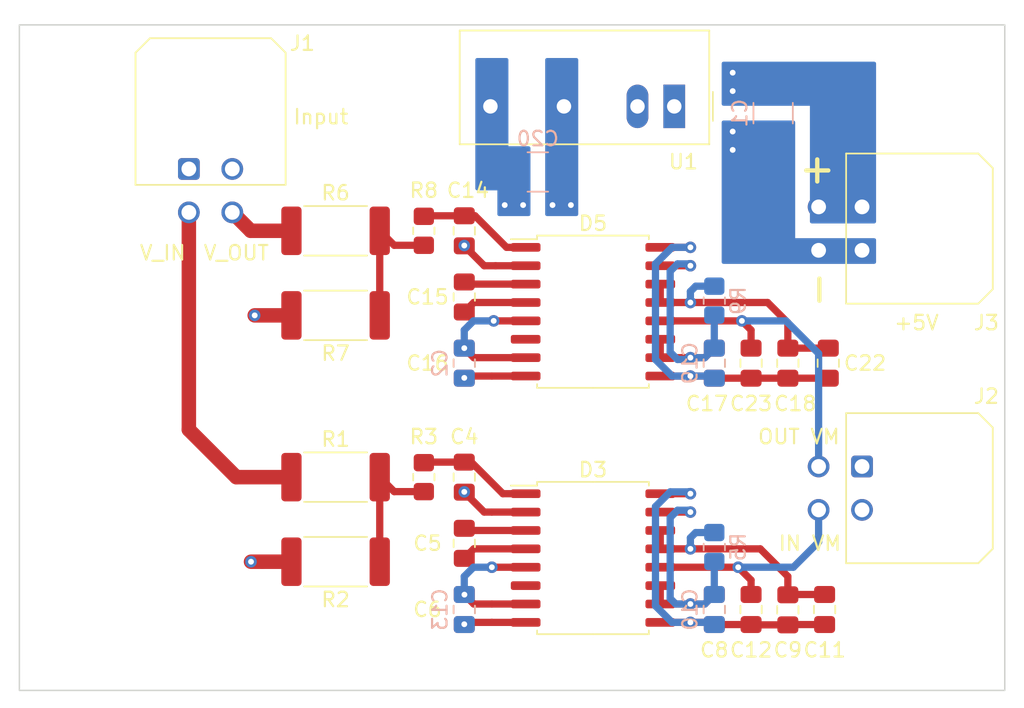
<source format=kicad_pcb>
(kicad_pcb (version 20211014) (generator pcbnew)
  (layers (0 "F.Cu" signal) (1 "In1.Cu" signal) (2 "In2.Cu" signal) (31 "B.Cu" signal) (34 "B.Paste" user) (35 "F.Paste" user) (36 "B.SilkS" user "B.Silkscreen") (37 "F.SilkS" user "F.Silkscreen") (38 "B.Mask" user) (39 "F.Mask" user) (44 "Edge.Cuts" user))
  (net 0 "")
  (net 1 "+5V")
  (net 2 "GND")
  (net 3 "+5VP")
  (net 4 "GNDPWR")
  (net 5 "Net-(C4-Pad1)")
  (net 6 "Net-(C5-Pad1)")
  (net 7 "Net-(C5-Pad2)")
  (net 8 "Net-(C11-Pad1)")
  (net 9 "/Voltage_IN_Measure")
  (net 10 "Net-(C14-Pad1)")
  (net 11 "Net-(C15-Pad1)")
  (net 12 "Net-(C15-Pad2)")
  (net 13 "Net-(C18-Pad1)")
  (net 14 "/Voltage_OUT_Measure")
  (net 17 "/Voltage_OUT")
  (net 18 "/Voltage_IN")
  (net 19 "Net-(R1-Pad2)")
  (net 20 "Net-(R6-Pad2)")
  (footprint "Resistor_SMD:R_2512_6332Metric_Pad1.40x3.35mm_HandSolder" (layer "F.Cu") (at 144.272 92.456)
    (fp_text reference "R1" (at 0 -2.62) (layer "F.SilkS"))
    (fp_text value "R")
    (fp_line (start -2.177064 1.71) (end 2.177064 1.71) (layer "F.SilkS") (width 0.12))
    (fp_line (start -2.177064 -1.71) (end 2.177064 -1.71) (layer "F.SilkS") (width 0.12))
    (pad "1" smd roundrect (at -3.05 0) (size 1.4 3.35) (layers "F.Cu" "F.Paste" "F.Mask") (roundrect_rratio 0.1785707143) (net 18 "/Voltage_IN"))
    (pad "2" smd roundrect (at 3.05 0) (size 1.4 3.35) (layers "F.Cu" "F.Paste" "F.Mask") (roundrect_rratio 0.1785707143) (net 19 "Net-(R1-Pad2)"))
  )
  (footprint "MountingHole:MountingHole_3.2mm_M3" (layer "F.Cu") (at 126.238 103.378)
    (fp_text reference "H3" hide)
    (fp_text value "MountingHole")
    (pad "" np_thru_hole circle (at 0 0) (size 3.2 3.2) (drill 3.2) (layers *.Cu *.Mask))
  )
  (footprint "Resistor_SMD:R_0805_2012Metric_Pad1.20x1.40mm_HandSolder" (layer "F.Cu") (at 150.368 75.438 90)
    (fp_text reference "R8" (at 2.794 0 180) (layer "F.SilkS"))
    (fp_text value "39")
    (fp_line (start -0.227064 -0.735) (end 0.227064 -0.735) (layer "F.SilkS") (width 0.12))
    (fp_line (start -0.227064 0.735) (end 0.227064 0.735) (layer "F.SilkS") (width 0.12))
    (pad "1" smd roundrect (at -1 0 90) (size 1.2 1.4) (layers "F.Cu" "F.Paste" "F.Mask") (roundrect_rratio 0.2083333333) (net 20 "Net-(R6-Pad2)"))
    (pad "2" smd roundrect (at 1 0 90) (size 1.2 1.4) (layers "F.Cu" "F.Paste" "F.Mask") (roundrect_rratio 0.2083333333) (net 10 "Net-(C14-Pad1)"))
  )
  (footprint "Resistor_SMD:R_2512_6332Metric_Pad1.40x3.35mm_HandSolder" (layer "F.Cu") (at 144.272 81.28 180)
    (fp_text reference "R7" (at 0 -2.62) (layer "F.SilkS"))
    (fp_text value "R")
    (fp_line (start -2.177064 1.71) (end 2.177064 1.71) (layer "F.SilkS") (width 0.12))
    (fp_line (start -2.177064 -1.71) (end 2.177064 -1.71) (layer "F.SilkS") (width 0.12))
    (pad "1" smd roundrect (at -3.05 0 180) (size 1.4 3.35) (layers "F.Cu" "F.Paste" "F.Mask") (roundrect_rratio 0.1785707143) (net 20 "Net-(R6-Pad2)"))
    (pad "2" smd roundrect (at 3.05 0 180) (size 1.4 3.35) (layers "F.Cu" "F.Paste" "F.Mask") (roundrect_rratio 0.1785707143) (net 4 "GNDPWR"))
  )
  (footprint "Connector_Molex:Molex_Micro-Fit_3.0_43045-0400_2x02_P3.00mm_Horizontal" (layer "F.Cu") (at 180.64 73.786 -90)
    (fp_text reference "J3" (at 8.002 -8.59 180) (layer "F.SilkS"))
    (fp_text value "+5V")
    (fp_line (start 6.685 1.1) (end -3.685 1.1) (layer "F.SilkS") (width 0.12))
    (fp_line (start -3.685 1.1) (end -3.685 -8.03) (layer "F.SilkS") (width 0.12))
    (fp_line (start 5.685 -9.03) (end 6.685 -8.03) (layer "F.SilkS") (width 0.12))
    (fp_line (start -3.685 -8.03) (end -2.685 -9.03) (layer "F.SilkS") (width 0.12))
    (fp_line (start 6.685 -8.03) (end 6.685 1.1) (layer "F.SilkS") (width 0.12))
    (fp_line (start -2.685 -9.03) (end 5.685 -9.03) (layer "F.SilkS") (width 0.12))
    (pad "" np_thru_hole circle (at 1.5 -4.32 270) (size 3 3) (drill 3) (layers *.Cu *.Mask))
    (pad "1" thru_hole roundrect (at 0 0 270) (size 1.5 1.5) (drill 1.02) (layers *.Cu *.Mask) (roundrect_rratio 0.1666673333) (net 1 "+5V"))
    (pad "2" thru_hole circle (at 3 0 270) (size 1.5 1.5) (drill 1.02) (layers *.Cu *.Mask) (net 2 "GND"))
    (pad "3" thru_hole circle (at 0 3 270) (size 1.5 1.5) (drill 1.02) (layers *.Cu *.Mask) (net 1 "+5V"))
    (pad "4" thru_hole circle (at 3 3 270) (size 1.5 1.5) (drill 1.02) (layers *.Cu *.Mask) (net 2 "GND"))
  )
  (footprint "Package_SO:SOIC-16W_7.5x10.3mm_P1.27mm" (layer "F.Cu") (at 162.052 98.044)
    (fp_text reference "D3" (at 0 -6.1) (layer "F.SilkS"))
    (fp_text value "HCPL788J")
    (fp_line (start 0 -5.26) (end -3.86 -5.26) (layer "F.SilkS") (width 0.12))
    (fp_line (start 3.86 -5.26) (end 3.86 -5.005) (layer "F.SilkS") (width 0.12))
    (fp_line (start -3.86 -5.005) (end -5.675 -5.005) (layer "F.SilkS") (width 0.12))
    (fp_line (start 3.86 5.26) (end 3.86 5.005) (layer "F.SilkS") (width 0.12))
    (fp_line (start -3.86 -5.26) (end -3.86 -5.005) (layer "F.SilkS") (width 0.12))
    (fp_line (start 0 5.26) (end -3.86 5.26) (layer "F.SilkS") (width 0.12))
    (fp_line (start -3.86 5.26) (end -3.86 5.005) (layer "F.SilkS") (width 0.12))
    (fp_line (start 0 -5.26) (end 3.86 -5.26) (layer "F.SilkS") (width 0.12))
    (fp_line (start 0 5.26) (end 3.86 5.26) (layer "F.SilkS") (width 0.12))
    (pad "1" smd roundrect (at -4.65 -4.445) (size 2.05 0.6) (layers "F.Cu" "F.Paste" "F.Mask") (net 5 "Net-(C4-Pad1)"))
    (pad "2" smd roundrect (at -4.65 -3.175) (size 2.05 0.6) (layers "F.Cu" "F.Paste" "F.Mask") (net 4 "GNDPWR"))
    (pad "3" smd roundrect (at -4.65 -1.905) (size 2.05 0.6) (layers "F.Cu" "F.Paste" "F.Mask") (net 6 "Net-(C5-Pad1)"))
    (pad "4" smd roundrect (at -4.65 -0.635) (size 2.05 0.6) (layers "F.Cu" "F.Paste" "F.Mask") (net 7 "Net-(C5-Pad2)"))
    (pad "5" smd roundrect (at -4.65 0.635) (size 2.05 0.6) (layers "F.Cu" "F.Paste" "F.Mask") (net 3 "+5VP"))
    (pad "6" smd roundrect (at -4.65 1.905) (size 2.05 0.6) (layers "F.Cu" "F.Paste" "F.Mask"))
    (pad "7" smd roundrect (at -4.65 3.175) (size 2.05 0.6) (layers "F.Cu" "F.Paste" "F.Mask") (net 3 "+5VP"))
    (pad "8" smd roundrect (at -4.65 4.445) (size 2.05 0.6) (layers "F.Cu" "F.Paste" "F.Mask") (net 4 "GNDPWR"))
    (pad "9" smd roundrect (at 4.65 4.445) (size 2.05 0.6) (layers "F.Cu" "F.Paste" "F.Mask") (net 2 "GND"))
    (pad "10" smd roundrect (at 4.65 3.175) (size 2.05 0.6) (layers "F.Cu" "F.Paste" "F.Mask") (net 1 "+5V"))
    (pad "11" smd roundrect (at 4.65 1.905) (size 2.05 0.6) (layers "F.Cu" "F.Paste" "F.Mask") (net 1 "+5V"))
    (pad "12" smd roundrect (at 4.65 0.635) (size 2.05 0.6) (layers "F.Cu" "F.Paste" "F.Mask") (net 9 "/Voltage_IN_Measure"))
    (pad "13" smd roundrect (at 4.65 -0.635) (size 2.05 0.6) (layers "F.Cu" "F.Paste" "F.Mask") (net 8 "Net-(C11-Pad1)"))
    (pad "14" smd roundrect (at 4.65 -1.905) (size 2.05 0.6) (layers "F.Cu" "F.Paste" "F.Mask") (net 8 "Net-(C11-Pad1)"))
    (pad "15" smd roundrect (at 4.65 -3.175) (size 2.05 0.6) (layers "F.Cu" "F.Paste" "F.Mask") (net 1 "+5V"))
    (pad "16" smd roundrect (at 4.65 -4.445) (size 2.05 0.6) (layers "F.Cu" "F.Paste" "F.Mask") (net 2 "GND"))
  )
  (footprint "Capacitor_SMD:C_0805_2012Metric_Pad1.18x1.45mm_HandSolder" (layer "F.Cu") (at 153.162 75.438 -90)
    (fp_text reference "C14" (at -2.794 -0.254 180) (layer "F.SilkS"))
    (fp_text value "0.01u")
    (fp_line (start -0.261252 0.735) (end 0.261252 0.735) (layer "F.SilkS") (width 0.12))
    (fp_line (start -0.261252 -0.735) (end 0.261252 -0.735) (layer "F.SilkS") (width 0.12))
    (pad "1" smd roundrect (at -1.0375 0 270) (size 1.175 1.45) (layers "F.Cu" "F.Paste" "F.Mask") (roundrect_rratio 0.2127659574) (net 10 "Net-(C14-Pad1)"))
    (pad "2" smd roundrect (at 1.0375 0 270) (size 1.175 1.45) (layers "F.Cu" "F.Paste" "F.Mask") (roundrect_rratio 0.2127659574) (net 4 "GNDPWR"))
  )
  (footprint "Capacitor_SMD:C_0805_2012Metric_Pad1.18x1.45mm_HandSolder" (layer "F.Cu") (at 170.434 84.582 90)
    (fp_text reference "C17" (at -2.794 -0.508 180) (layer "F.SilkS"))
    (fp_text value "0.1u")
    (fp_line (start -0.261252 -0.735) (end 0.261252 -0.735) (layer "F.SilkS") (width 0.12))
    (fp_line (start -0.261252 0.735) (end 0.261252 0.735) (layer "F.SilkS") (width 0.12))
    (pad "1" smd roundrect (at -1.0375 0 90) (size 1.175 1.45) (layers "F.Cu" "F.Paste" "F.Mask") (roundrect_rratio 0.2127659574) (net 2 "GND"))
    (pad "2" smd roundrect (at 1.0375 0 90) (size 1.175 1.45) (layers "F.Cu" "F.Paste" "F.Mask") (roundrect_rratio 0.2127659574) (net 1 "+5V"))
  )
  (footprint "Capacitor_SMD:C_0805_2012Metric_Pad1.18x1.45mm_HandSolder" (layer "F.Cu") (at 153.162 92.456 -90)
    (fp_text reference "C4" (at -2.794 0 180) (layer "F.SilkS"))
    (fp_text value "0.01u")
    (fp_line (start -0.261252 -0.735) (end 0.261252 -0.735) (layer "F.SilkS") (width 0.12))
    (fp_line (start -0.261252 0.735) (end 0.261252 0.735) (layer "F.SilkS") (width 0.12))
    (pad "1" smd roundrect (at -1.0375 0 270) (size 1.175 1.45) (layers "F.Cu" "F.Paste" "F.Mask") (roundrect_rratio 0.2127659574) (net 5 "Net-(C4-Pad1)"))
    (pad "2" smd roundrect (at 1.0375 0 270) (size 1.175 1.45) (layers "F.Cu" "F.Paste" "F.Mask") (roundrect_rratio 0.2127659574) (net 4 "GNDPWR"))
  )
  (footprint "Resistor_SMD:R_2512_6332Metric_Pad1.40x3.35mm_HandSolder" (layer "F.Cu") (at 144.272 98.298 180)
    (fp_text reference "R2" (at 0 -2.62) (layer "F.SilkS"))
    (fp_text value "R")
    (fp_line (start -2.177064 -1.71) (end 2.177064 -1.71) (layer "F.SilkS") (width 0.12))
    (fp_line (start -2.177064 1.71) (end 2.177064 1.71) (layer "F.SilkS") (width 0.12))
    (pad "1" smd roundrect (at -3.05 0 180) (size 1.4 3.35) (layers "F.Cu" "F.Paste" "F.Mask") (roundrect_rratio 0.1785707143) (net 19 "Net-(R1-Pad2)"))
    (pad "2" smd roundrect (at 3.05 0 180) (size 1.4 3.35) (layers "F.Cu" "F.Paste" "F.Mask") (roundrect_rratio 0.1785707143) (net 4 "GNDPWR"))
  )
  (footprint "Converter_DCDC:Converter_DCDC_TRACO_TMR-1-xxxx_Single_THT" (layer "F.Cu") (at 167.6665 66.842 180)
    (fp_text reference "U1" (at -0.63 -3.83) (layer "F.SilkS"))
    (fp_text value "TMR_1-0511")
    (fp_line (start 14.82 5.24) (end -2.42 5.24) (layer "F.SilkS") (width 0.12))
    (fp_line (start -2.42 5.24) (end -2.42 -2.62) (layer "F.SilkS") (width 0.12))
    (fp_line (start -2.42 -2.62) (end 14.82 -2.62) (layer "F.SilkS") (width 0.12))
    (fp_line (start 14.82 -2.62) (end 14.82 5.24) (layer "F.SilkS") (width 0.12))
    (fp_line (start -2.67 -1) (end -2.67 1) (layer "F.SilkS") (width 0.12))
    (pad "1" thru_hole rect (at 0 0 180) (size 1.5 3) (drill 1) (layers *.Cu *.Mask) (net 2 "GND"))
    (pad "2" thru_hole oval (at 2.54 0 180) (size 1.5 3) (drill 1) (layers *.Cu *.Mask) (net 1 "+5V"))
    (pad "4" thru_hole oval (at 7.62 0 180) (size 1.5 3) (drill 1) (layers *.Cu *.Mask) (net 3 "+5VP"))
    (pad "6" thru_hole oval (at 12.7 0 180) (size 1.5 3) (drill 1) (layers *.Cu *.Mask) (net 4 "GNDPWR"))
  )
  (footprint "MountingHole:MountingHole_3.2mm_M3" (layer "F.Cu") (at 126.238 65.024)
    (fp_text reference "H1" hide)
    (fp_text value "MountingHole")
    (pad "" np_thru_hole circle (at 0 0) (size 3.2 3.2) (drill 3.2) (layers *.Cu *.Mask))
  )
  (footprint "Connector_Molex:Molex_Micro-Fit_3.0_43045-0400_2x02_P3.00mm_Horizontal" (layer "F.Cu") (at 180.64 91.718 -90)
    (fp_text reference "J2" (at -4.85 -8.59 180) (layer "F.SilkS"))
    (fp_text value "Output")
    (fp_line (start 5.685 -9.03) (end 6.685 -8.03) (layer "F.SilkS") (width 0.12))
    (fp_line (start -2.685 -9.03) (end 5.685 -9.03) (layer "F.SilkS") (width 0.12))
    (fp_line (start -3.685 -8.03) (end -2.685 -9.03) (layer "F.SilkS") (width 0.12))
    (fp_line (start -3.685 1.1) (end -3.685 -8.03) (layer "F.SilkS") (width 0.12))
    (fp_line (start 6.685 -8.03) (end 6.685 1.1) (layer "F.SilkS") (width 0.12))
    (fp_line (start 6.685 1.1) (end -3.685 1.1) (layer "F.SilkS") (width 0.12))
    (pad "" np_thru_hole circle (at 1.5 -4.32 270) (size 3 3) (drill 3) (layers *.Cu *.Mask))
    (pad "1" thru_hole roundrect (at 0 0 270) (size 1.5 1.5) (drill 1.02) (layers *.Cu *.Mask) (roundrect_rratio 0.1666673333) (net 2 "GND"))
    (pad "2" thru_hole circle (at 3 0 270) (size 1.5 1.5) (drill 1.02) (layers *.Cu *.Mask) (net 2 "GND"))
    (pad "3" thru_hole circle (at 0 3 270) (size 1.5 1.5) (drill 1.02) (layers *.Cu *.Mask) (net 14 "/Voltage_OUT_Measure"))
    (pad "4" thru_hole circle (at 3 3 270) (size 1.5 1.5) (drill 1.02) (layers *.Cu *.Mask) (net 9 "/Voltage_IN_Measure"))
  )
  (footprint "Capacitor_SMD:C_0805_2012Metric_Pad1.18x1.45mm_HandSolder" (layer "F.Cu") (at 153.162 80.01 -90)
    (fp_text reference "C15" (at 0 2.54 180) (layer "F.SilkS"))
    (fp_text value "0.1u")
    (fp_line (start -0.261252 -0.735) (end 0.261252 -0.735) (layer "F.SilkS") (width 0.12))
    (fp_line (start -0.261252 0.735) (end 0.261252 0.735) (layer "F.SilkS") (width 0.12))
    (pad "1" smd roundrect (at -1.0375 0 270) (size 1.175 1.45) (layers "F.Cu" "F.Paste" "F.Mask") (roundrect_rratio 0.2127659574) (net 11 "Net-(C15-Pad1)"))
    (pad "2" smd roundrect (at 1.0375 0 270) (size 1.175 1.45) (layers "F.Cu" "F.Paste" "F.Mask") (roundrect_rratio 0.2127659574) (net 12 "Net-(C15-Pad2)"))
  )
  (footprint "Capacitor_SMD:C_0805_2012Metric_Pad1.18x1.45mm_HandSolder" (layer "F.Cu") (at 178.308 84.582 -90)
    (fp_text reference "C22" (at 0 -2.54 180) (layer "F.SilkS"))
    (fp_text value "470p")
    (fp_line (start -0.261252 0.735) (end 0.261252 0.735) (layer "F.SilkS") (width 0.12))
    (fp_line (start -0.261252 -0.735) (end 0.261252 -0.735) (layer "F.SilkS") (width 0.12))
    (pad "1" smd roundrect (at -1.0375 0 270) (size 1.175 1.45) (layers "F.Cu" "F.Paste" "F.Mask") (roundrect_rratio 0.2127659574) (net 13 "Net-(C18-Pad1)"))
    (pad "2" smd roundrect (at 1.0375 0 270) (size 1.175 1.45) (layers "F.Cu" "F.Paste" "F.Mask") (roundrect_rratio 0.2127659574) (net 2 "GND"))
  )
  (footprint "MountingHole:MountingHole_3.2mm_M3" (layer "F.Cu") (at 186.69 103.378)
    (fp_text reference "H4" hide)
    (fp_text value "MountingHole")
    (pad "" np_thru_hole circle (at 0 0) (size 3.2 3.2) (drill 3.2) (layers *.Cu *.Mask))
  )
  (footprint "MountingHole:MountingHole_3.2mm_M3" (layer "F.Cu") (at 186.69 65.024)
    (fp_text reference "H2" hide)
    (fp_text value "MountingHole")
    (pad "" np_thru_hole circle (at 0 0) (size 3.2 3.2) (drill 3.2) (layers *.Cu *.Mask))
  )
  (footprint "Resistor_SMD:R_2512_6332Metric_Pad1.40x3.35mm_HandSolder" (layer "F.Cu") (at 144.272 75.438)
    (fp_text reference "R6" (at 0 -2.62) (layer "F.SilkS"))
    (fp_text value "R")
    (fp_line (start -2.177064 -1.71) (end 2.177064 -1.71) (layer "F.SilkS") (width 0.12))
    (fp_line (start -2.177064 1.71) (end 2.177064 1.71) (layer "F.SilkS") (width 0.12))
    (pad "1" smd roundrect (at -3.05 0) (size 1.4 3.35) (layers "F.Cu" "F.Paste" "F.Mask") (roundrect_rratio 0.1785707143) (net 17 "/Voltage_OUT"))
    (pad "2" smd roundrect (at 3.05 0) (size 1.4 3.35) (layers "F.Cu" "F.Paste" "F.Mask") (roundrect_rratio 0.1785707143) (net 20 "Net-(R6-Pad2)"))
  )
  (footprint "Capacitor_SMD:C_0805_2012Metric_Pad1.18x1.45mm_HandSolder" (layer "F.Cu") (at 170.434 101.6 90)
    (fp_text reference "C8" (at -2.794 0 180) (layer "F.SilkS"))
    (fp_text value "0.1u")
    (fp_line (start -0.261252 0.735) (end 0.261252 0.735) (layer "F.SilkS") (width 0.12))
    (fp_line (start -0.261252 -0.735) (end 0.261252 -0.735) (layer "F.SilkS") (width 0.12))
    (pad "1" smd roundrect (at -1.0375 0 90) (size 1.175 1.45) (layers "F.Cu" "F.Paste" "F.Mask") (roundrect_rratio 0.2127659574) (net 2 "GND"))
    (pad "2" smd roundrect (at 1.0375 0 90) (size 1.175 1.45) (layers "F.Cu" "F.Paste" "F.Mask") (roundrect_rratio 0.2127659574) (net 1 "+5V"))
  )
  (footprint "Package_SO:SOIC-16W_7.5x10.3mm_P1.27mm" (layer "F.Cu") (at 162.052 81.026)
    (fp_text reference "D5" (at 0 -6.1) (layer "F.SilkS"))
    (fp_text value "HCPL788J")
    (fp_line (start -3.86 -5.26) (end -3.86 -5.005) (layer "F.SilkS") (width 0.12))
    (fp_line (start 3.86 -5.26) (end 3.86 -5.005) (layer "F.SilkS") (width 0.12))
    (fp_line (start 0 5.26) (end -3.86 5.26) (layer "F.SilkS") (width 0.12))
    (fp_line (start -3.86 5.26) (end -3.86 5.005) (layer "F.SilkS") (width 0.12))
    (fp_line (start 0 5.26) (end 3.86 5.26) (layer "F.SilkS") (width 0.12))
    (fp_line (start 3.86 5.26) (end 3.86 5.005) (layer "F.SilkS") (width 0.12))
    (fp_line (start -3.86 -5.005) (end -5.675 -5.005) (layer "F.SilkS") (width 0.12))
    (fp_line (start 0 -5.26) (end -3.86 -5.26) (layer "F.SilkS") (width 0.12))
    (fp_line (start 0 -5.26) (end 3.86 -5.26) (layer "F.SilkS") (width 0.12))
    (pad "1" smd roundrect (at -4.65 -4.445) (size 2.05 0.6) (layers "F.Cu" "F.Paste" "F.Mask") (net 10 "Net-(C14-Pad1)"))
    (pad "2" smd roundrect (at -4.65 -3.175) (size 2.05 0.6) (layers "F.Cu" "F.Paste" "F.Mask") (net 4 "GNDPWR"))
    (pad "3" smd roundrect (at -4.65 -1.905) (size 2.05 0.6) (layers "F.Cu" "F.Paste" "F.Mask") (net 11 "Net-(C15-Pad1)"))
    (pad "4" smd roundrect (at -4.65 -0.635) (size 2.05 0.6) (layers "F.Cu" "F.Paste" "F.Mask") (net 12 "Net-(C15-Pad2)"))
    (pad "5" smd roundrect (at -4.65 0.635) (size 2.05 0.6) (layers "F.Cu" "F.Paste" "F.Mask") (net 3 "+5VP"))
    (pad "6" smd roundrect (at -4.65 1.905) (size 2.05 0.6) (layers "F.Cu" "F.Paste" "F.Mask"))
    (pad "7" smd roundrect (at -4.65 3.175) (size 2.05 0.6) (layers "F.Cu" "F.Paste" "F.Mask") (net 3 "+5VP"))
    (pad "8" smd roundrect (at -4.65 4.445) (size 2.05 0.6) (layers "F.Cu" "F.Paste" "F.Mask") (net 4 "GNDPWR"))
    (pad "9" smd roundrect (at 4.65 4.445) (size 2.05 0.6) (layers "F.Cu" "F.Paste" "F.Mask") (net 2 "GND"))
    (pad "10" smd roundrect (at 4.65 3.175) (size 2.05 0.6) (layers "F.Cu" "F.Paste" "F.Mask") (net 1 "+5V"))
    (pad "11" smd roundrect (at 4.65 1.905) (size 2.05 0.6) (layers "F.Cu" "F.Paste" "F.Mask") (net 1 "+5V"))
    (pad "12" smd roundrect (at 4.65 0.635) (size 2.05 0.6) (layers "F.Cu" "F.Paste" "F.Mask") (net 14 "/Voltage_OUT_Measure"))
    (pad "13" smd roundrect (at 4.65 -0.635) (size 2.05 0.6) (layers "F.Cu" "F.Paste" "F.Mask") (net 13 "Net-(C18-Pad1)"))
    (pad "14" smd roundrect (at 4.65 -1.905) (size 2.05 0.6) (layers "F.Cu" "F.Paste" "F.Mask") (net 13 "Net-(C18-Pad1)"))
    (pad "15" smd roundrect (at 4.65 -3.175) (size 2.05 0.6) (layers "F.Cu" "F.Paste" "F.Mask") (net 1 "+5V"))
    (pad "16" smd roundrect (at 4.65 -4.445) (size 2.05 0.6) (layers "F.Cu" "F.Paste" "F.Mask") (net 2 "GND"))
  )
  (footprint "Capacitor_SMD:C_0805_2012Metric_Pad1.18x1.45mm_HandSolder" (layer "F.Cu") (at 172.974 101.6 -90)
    (fp_text reference "C12" (at 2.794 0 180) (layer "F.SilkS"))
    (fp_text value "470p")
    (fp_line (start -0.261252 0.735) (end 0.261252 0.735) (layer "F.SilkS") (width 0.12))
    (fp_line (start -0.261252 -0.735) (end 0.261252 -0.735) (layer "F.SilkS") (width 0.12))
    (pad "1" smd roundrect (at -1.0375 0 270) (size 1.175 1.45) (layers "F.Cu" "F.Paste" "F.Mask") (roundrect_rratio 0.2127659574) (net 9 "/Voltage_IN_Measure"))
    (pad "2" smd roundrect (at 1.0375 0 270) (size 1.175 1.45) (layers "F.Cu" "F.Paste" "F.Mask") (roundrect_rratio 0.2127659574) (net 2 "GND"))
  )
  (footprint "Capacitor_SMD:C_0805_2012Metric_Pad1.18x1.45mm_HandSolder" (layer "F.Cu") (at 175.514 101.6215 -90)
    (fp_text reference "C9" (at 2.7725 0 180) (layer "F.SilkS"))
    (fp_text value "470p")
    (fp_line (start -0.261252 -0.735) (end 0.261252 -0.735) (layer "F.SilkS") (width 0.12))
    (fp_line (start -0.261252 0.735) (end 0.261252 0.735) (layer "F.SilkS") (width 0.12))
    (pad "1" smd roundrect (at -1.0375 0 270) (size 1.175 1.45) (layers "F.Cu" "F.Paste" "F.Mask") (roundrect_rratio 0.2127659574) (net 8 "Net-(C11-Pad1)"))
    (pad "2" smd roundrect (at 1.0375 0 270) (size 1.175 1.45) (layers "F.Cu" "F.Paste" "F.Mask") (roundrect_rratio 0.2127659574) (net 2 "GND"))
  )
  (footprint "Capacitor_SMD:C_0805_2012Metric_Pad1.18x1.45mm_HandSolder" (layer "F.Cu") (at 153.162 101.6 -90)
    (fp_text reference "C6" (at 0 2.54 180) (layer "F.SilkS"))
    (fp_text value "0.1u")
    (fp_line (start -0.261252 0.735) (end 0.261252 0.735) (layer "F.SilkS") (width 0.12))
    (fp_line (start -0.261252 -0.735) (end 0.261252 -0.735) (layer "F.SilkS") (width 0.12))
    (pad "1" smd roundrect (at -1.0375 0 270) (size 1.175 1.45) (layers "F.Cu" "F.Paste" "F.Mask") (roundrect_rratio 0.2127659574) (net 3 "+5VP"))
    (pad "2" smd roundrect (at 1.0375 0 270) (size 1.175 1.45) (layers "F.Cu" "F.Paste" "F.Mask") (roundrect_rratio 0.2127659574) (net 4 "GNDPWR"))
  )
  (footprint "Capacitor_SMD:C_0805_2012Metric_Pad1.18x1.45mm_HandSolder" (layer "F.Cu") (at 153.162 97.028 -90)
    (fp_text reference "C5" (at 0 2.54 180) (layer "F.SilkS"))
    (fp_text value "0.1u")
    (fp_line (start -0.261252 0.735) (end 0.261252 0.735) (layer "F.SilkS") (width 0.12))
    (fp_line (start -0.261252 -0.735) (end 0.261252 -0.735) (layer "F.SilkS") (width 0.12))
    (pad "1" smd roundrect (at -1.0375 0 270) (size 1.175 1.45) (layers "F.Cu" "F.Paste" "F.Mask") (roundrect_rratio 0.2127659574) (net 6 "Net-(C5-Pad1)"))
    (pad "2" smd roundrect (at 1.0375 0 270) (size 1.175 1.45) (layers "F.Cu" "F.Paste" "F.Mask") (roundrect_rratio 0.2127659574) (net 7 "Net-(C5-Pad2)"))
  )
  (footprint "Capacitor_SMD:C_0805_2012Metric_Pad1.18x1.45mm_HandSolder" (layer "F.Cu") (at 178.054 101.6 -90)
    (fp_text reference "C11" (at 2.794 0 180) (layer "F.SilkS"))
    (fp_text value "470p")
    (fp_line (start -0.261252 -0.735) (end 0.261252 -0.735) (layer "F.SilkS") (width 0.12))
    (fp_line (start -0.261252 0.735) (end 0.261252 0.735) (layer "F.SilkS") (width 0.12))
    (pad "1" smd roundrect (at -1.0375 0 270) (size 1.175 1.45) (layers "F.Cu" "F.Paste" "F.Mask") (roundrect_rratio 0.2127659574) (net 8 "Net-(C11-Pad1)"))
    (pad "2" smd roundrect (at 1.0375 0 270) (size 1.175 1.45) (layers "F.Cu" "F.Paste" "F.Mask") (roundrect_rratio 0.2127659574) (net 2 "GND"))
  )
  (footprint "Resistor_SMD:R_0805_2012Metric_Pad1.20x1.40mm_HandSolder" (layer "F.Cu") (at 150.368 92.456 90)
    (fp_text reference "R3" (at 2.794 0 180) (layer "F.SilkS"))
    (fp_text value "39")
    (fp_line (start -0.227064 0.735) (end 0.227064 0.735) (layer "F.SilkS") (width 0.12))
    (fp_line (start -0.227064 -0.735) (end 0.227064 -0.735) (layer "F.SilkS") (width 0.12))
    (pad "1" smd roundrect (at -1 0 90) (size 1.2 1.4) (layers "F.Cu" "F.Paste" "F.Mask") (roundrect_rratio 0.2083333333) (net 19 "Net-(R1-Pad2)"))
    (pad "2" smd roundrect (at 1 0 90) (size 1.2 1.4) (layers "F.Cu" "F.Paste" "F.Mask") (roundrect_rratio 0.2083333333) (net 5 "Net-(C4-Pad1)"))
  )
  (footprint "Capacitor_SMD:C_0805_2012Metric_Pad1.18x1.45mm_HandSolder" (layer "F.Cu") (at 175.514 84.582 -90)
    (fp_text reference "C18" (at 2.794 -0.508 180) (layer "F.SilkS"))
    (fp_text value "470p")
    (fp_line (start -0.261252 -0.735) (end 0.261252 -0.735) (layer "F.SilkS") (width 0.12))
    (fp_line (start -0.261252 0.735) (end 0.261252 0.735) (layer "F.SilkS") (width 0.12))
    (pad "1" smd roundrect (at -1.0375 0 270) (size 1.175 1.45) (layers "F.Cu" "F.Paste" "F.Mask") (roundrect_rratio 0.2127659574) (net 13 "Net-(C18-Pad1)"))
    (pad "2" smd roundrect (at 1.0375 0 270) (size 1.175 1.45) (layers "F.Cu" "F.Paste" "F.Mask") (roundrect_rratio 0.2127659574) (net 2 "GND"))
  )
  (footprint "Connector_Molex:Molex_Micro-Fit_3.0_43045-0400_2x02_P3.00mm_Horizontal" (layer "F.Cu") (at 134.136 71.165)
    (fp_text reference "J1" (at 7.84 -8.681 180) (layer "F.SilkS"))
    (fp_text value "Input")
    (fp_line (start -2.685 -9.03) (end 5.685 -9.03) (layer "F.SilkS") (width 0.12))
    (fp_line (start 6.685 1.1) (end -3.685 1.1) (layer "F.SilkS") (width 0.12))
    (fp_line (start -3.685 1.1) (end -3.685 -8.03) (layer "F.SilkS") (width 0.12))
    (fp_line (start -3.685 -8.03) (end -2.685 -9.03) (layer "F.SilkS") (width 0.12))
    (fp_line (start 6.685 -8.03) (end 6.685 1.1) (layer "F.SilkS") (width 0.12))
    (fp_line (start 5.685 -9.03) (end 6.685 -8.03) (layer "F.SilkS") (width 0.12))
    (pad "" np_thru_hole circle (at 1.5 -4.32) (size 3 3) (drill 3) (layers *.Cu *.Mask))
    (pad "1" thru_hole roundrect (at 0 0) (size 1.5 1.5) (drill 1.02) (layers *.Cu *.Mask) (roundrect_rratio 0.1666673333) (net 4 "GNDPWR"))
    (pad "2" thru_hole circle (at 3 0) (size 1.5 1.5) (drill 1.02) (layers *.Cu *.Mask) (net 4 "GNDPWR"))
    (pad "3" thru_hole circle (at 0 3) (size 1.5 1.5) (drill 1.02) (layers *.Cu *.Mask) (net 18 "/Voltage_IN"))
    (pad "4" thru_hole circle (at 3 3) (size 1.5 1.5) (drill 1.02) (layers *.Cu *.Mask) (net 17 "/Voltage_OUT"))
  )
  (footprint "Capacitor_SMD:C_0805_2012Metric_Pad1.18x1.45mm_HandSolder" (layer "F.Cu") (at 172.974 84.582 -90)
    (fp_text reference "C23" (at 2.794 0 180) (layer "F.SilkS"))
    (fp_text value "470p")
    (fp_line (start -0.261252 0.735) (end 0.261252 0.735) (layer "F.SilkS") (width 0.12))
    (fp_line (start -0.261252 -0.735) (end 0.261252 -0.735) (layer "F.SilkS") (width 0.12))
    (pad "1" smd roundrect (at -1.0375 0 270) (size 1.175 1.45) (layers "F.Cu" "F.Paste" "F.Mask") (roundrect_rratio 0.2127659574) (net 14 "/Voltage_OUT_Measure"))
    (pad "2" smd roundrect (at 1.0375 0 270) (size 1.175 1.45) (layers "F.Cu" "F.Paste" "F.Mask") (roundrect_rratio 0.2127659574) (net 2 "GND"))
  )
  (footprint "Capacitor_SMD:C_0805_2012Metric_Pad1.18x1.45mm_HandSolder" (layer "F.Cu") (at 153.162 84.582 -90)
    (fp_text reference "C16" (at 0 2.54 180) (layer "F.SilkS"))
    (fp_text value "0.1u")
    (fp_line (start -0.261252 -0.735) (end 0.261252 -0.735) (layer "F.SilkS") (width 0.12))
    (fp_line (start -0.261252 0.735) (end 0.261252 0.735) (layer "F.SilkS") (width 0.12))
    (pad "1" smd roundrect (at -1.0375 0 270) (size 1.175 1.45) (layers "F.Cu" "F.Paste" "F.Mask") (roundrect_rratio 0.2127659574) (net 3 "+5VP"))
    (pad "2" smd roundrect (at 1.0375 0 270) (size 1.175 1.45) (layers "F.Cu" "F.Paste" "F.Mask") (roundrect_rratio 0.2127659574) (net 4 "GNDPWR"))
  )
  (footprint "Capacitor_SMD:C_0805_2012Metric_Pad1.18x1.45mm_HandSolder" (layer "B.Cu") (at 170.434 101.6 -90)
    (fp_text reference "C10" (at 0 1.68 90) (layer "B.SilkS") (effects (justify mirror)))
    (fp_text value "0.1u")
    (fp_line (start -0.261252 -0.735) (end 0.261252 -0.735) (layer "B.SilkS") (width 0.12))
    (fp_line (start -0.261252 0.735) (end 0.261252 0.735) (layer "B.SilkS") (width 0.12))
    (pad "1" smd roundrect (at -1.0375 0 270) (size 1.175 1.45) (layers "B.Cu" "B.Paste" "B.Mask") (roundrect_rratio 0.2127659574) (net 1 "+5V"))
    (pad "2" smd roundrect (at 1.0375 0 270) (size 1.175 1.45) (layers "B.Cu" "B.Paste" "B.Mask") (roundrect_rratio 0.2127659574) (net 2 "GND"))
  )
  (footprint "Capacitor_SMD:C_1210_3225Metric_Pad1.33x2.70mm_HandSolder" (layer "B.Cu") (at 174.498 67.31 -90)
    (fp_text reference "C1" (at 0 2.3 90) (layer "B.SilkS") (effects (justify mirror)))
    (fp_text value "4.7u")
    (fp_line (start -0.711252 1.36) (end 0.711252 1.36) (layer "B.SilkS") (width 0.12))
    (fp_line (start -0.711252 -1.36) (end 0.711252 -1.36) (layer "B.SilkS") (width 0.12))
    (pad "1" smd roundrect (at -1.5625 0 270) (size 1.325 2.7) (layers "B.Cu" "B.Paste" "B.Mask") (roundrect_rratio 0.1886792453) (net 1 "+5V"))
    (pad "2" smd roundrect (at 1.5625 0 270) (size 1.325 2.7) (layers "B.Cu" "B.Paste" "B.Mask") (roundrect_rratio 0.1886792453) (net 2 "GND"))
  )
  (footprint "Resistor_SMD:R_0805_2012Metric_Pad1.20x1.40mm_HandSolder" (layer "B.Cu") (at 170.434 97.282 90)
    (fp_text reference "R5" (at 0 1.65 90) (layer "B.SilkS") (effects (justify mirror)))
    (fp_text value "4.7k")
    (fp_line (start -0.227064 0.735) (end 0.227064 0.735) (layer "B.SilkS") (width 0.12))
    (fp_line (start -0.227064 -0.735) (end 0.227064 -0.735) (layer "B.SilkS") (width 0.12))
    (pad "1" smd roundrect (at -1 0 90) (size 1.2 1.4) (layers "B.Cu" "B.Paste" "B.Mask") (roundrect_rratio 0.2083333333) (net 1 "+5V"))
    (pad "2" smd roundrect (at 1 0 90) (size 1.2 1.4) (layers "B.Cu" "B.Paste" "B.Mask") (roundrect_rratio 0.2083333333) (net 8 "Net-(C11-Pad1)"))
  )
  (footprint "Capacitor_SMD:C_0805_2012Metric_Pad1.18x1.45mm_HandSolder" (layer "B.Cu") (at 153.162 84.582 -90)
    (fp_text reference "C2" (at 0 1.68 90) (layer "B.SilkS") (effects (justify mirror)))
    (fp_text value "1u")
    (fp_line (start -0.261252 0.735) (end 0.261252 0.735) (layer "B.SilkS") (width 0.12))
    (fp_line (start -0.261252 -0.735) (end 0.261252 -0.735) (layer "B.SilkS") (width 0.12))
    (pad "1" smd roundrect (at -1.0375 0 270) (size 1.175 1.45) (layers "B.Cu" "B.Paste" "B.Mask") (roundrect_rratio 0.2127659574) (net 3 "+5VP"))
    (pad "2" smd roundrect (at 1.0375 0 270) (size 1.175 1.45) (layers "B.Cu" "B.Paste" "B.Mask") (roundrect_rratio 0.2127659574) (net 4 "GNDPWR"))
  )
  (footprint "Capacitor_SMD:C_0805_2012Metric_Pad1.18x1.45mm_HandSolder" (layer "B.Cu") (at 153.162 101.6 -90)
    (fp_text reference "C13" (at 0 1.68 90) (layer "B.SilkS") (effects (justify mirror)))
    (fp_text value "1u")
    (fp_line (start -0.261252 -0.735) (end 0.261252 -0.735) (layer "B.SilkS") (width 0.12))
    (fp_line (start -0.261252 0.735) (end 0.261252 0.735) (layer "B.SilkS") (width 0.12))
    (pad "1" smd roundrect (at -1.0375 0 270) (size 1.175 1.45) (layers "B.Cu" "B.Paste" "B.Mask") (roundrect_rratio 0.2127659574) (net 3 "+5VP"))
    (pad "2" smd roundrect (at 1.0375 0 270) (size 1.175 1.45) (layers "B.Cu" "B.Paste" "B.Mask") (roundrect_rratio 0.2127659574) (net 4 "GNDPWR"))
  )
  (footprint "Capacitor_SMD:C_1210_3225Metric_Pad1.33x2.70mm_HandSolder" (layer "B.Cu") (at 158.242 71.374 180)
    (fp_text reference "C20" (at 0 2.3) (layer "B.SilkS") (effects (justify mirror)))
    (fp_text value "4.7u")
    (fp_line (start -0.711252 1.36) (end 0.711252 1.36) (layer "B.SilkS") (width 0.12))
    (fp_line (start -0.711252 -1.36) (end 0.711252 -1.36) (layer "B.SilkS") (width 0.12))
    (pad "1" smd roundrect (at -1.5625 0 180) (size 1.325 2.7) (layers "B.Cu" "B.Paste" "B.Mask") (roundrect_rratio 0.1886792453) (net 3 "+5VP"))
    (pad "2" smd roundrect (at 1.5625 0 180) (size 1.325 2.7) (layers "B.Cu" "B.Paste" "B.Mask") (roundrect_rratio 0.1886792453) (net 4 "GNDPWR"))
  )
  (footprint "Resistor_SMD:R_0805_2012Metric_Pad1.20x1.40mm_HandSolder" (layer "B.Cu") (at 170.434 80.264 90)
    (fp_text reference "R9" (at 0 1.65 90) (layer "B.SilkS") (effects (justify mirror)))
    (fp_text value "4.7k")
    (fp_line (start -0.227064 0.735) (end 0.227064 0.735) (layer "B.SilkS") (width 0.12))
    (fp_line (start -0.227064 -0.735) (end 0.227064 -0.735) (layer "B.SilkS") (width 0.12))
    (pad "1" smd roundrect (at -1 0 90) (size 1.2 1.4) (layers "B.Cu" "B.Paste" "B.Mask") (roundrect_rratio 0.2083333333) (net 1 "+5V"))
    (pad "2" smd roundrect (at 1 0 90) (size 1.2 1.4) (layers "B.Cu" "B.Paste" "B.Mask") (roundrect_rratio 0.2083333333) (net 13 "Net-(C18-Pad1)"))
  )
  (footprint "Capacitor_SMD:C_0805_2012Metric_Pad1.18x1.45mm_HandSolder" (layer "B.Cu") (at 170.434 84.582 -90)
    (fp_text reference "C19" (at 0 1.68 90) (layer "B.SilkS") (effects (justify mirror)))
    (fp_text value "0.1u")
    (fp_line (start -0.261252 0.735) (end 0.261252 0.735) (layer "B.SilkS") (width 0.12))
    (fp_line (start -0.261252 -0.735) (end 0.261252 -0.735) (layer "B.SilkS") (width 0.12))
    (pad "1" smd roundrect (at -1.0375 0 270) (size 1.175 1.45) (layers "B.Cu" "B.Paste" "B.Mask") (roundrect_rratio 0.2127659574) (net 1 "+5V"))
    (pad "2" smd roundrect (at 1.0375 0 270) (size 1.175 1.45) (layers "B.Cu" "B.Paste" "B.Mask") (roundrect_rratio 0.2127659574) (net 2 "GND"))
  )
  (gr_rect (start 190.5 107.188) (end 122.428 61.214) (layer "Edge.Cuts") (width 0.1) (fill none))
  (gr_text "-\n" (at 177.546 79.502 90) (layer "F.SilkS") (effects (font (size 2 2) (thickness 0.3))))
  (gr_text "V_OUT\n" (at 137.414 76.962) (layer "F.SilkS") (effects (font (size 1 1))))
  (gr_text "V_IN" (at 132.334 76.962) (layer "F.SilkS") (effects (font (size 1 1))))
  (gr_text "OUT VM\n" (at 176.276 89.662) (layer "F.SilkS") (effects (font (size 1 1))))
  (gr_text "IN VM" (at 177.038 97.028) (layer "F.SilkS") (effects (font (size 1 1))))
  (gr_text "+" (at 177.546 71.12) (layer "F.SilkS") (effects (font (size 2 2) (thickness 0.3))))
  (gr_text "Input" (at 143.256 67.564) (layer "F.SilkS") (effects (font (size 1 1))))
  (gr_text "+5V" (at 184.404 81.788) (layer "F.SilkS") (effects (font (size 1 1))))
  (segment (start 166.702 77.851) (end 168.783 77.851) (width 0.5) (layer "F.Cu") (net 1))
  (segment (start 169.7775 84.201) (end 170.434 83.5445) (width 0.5) (layer "F.Cu") (net 1))
  (segment (start 166.702 94.869) (end 168.783 94.869) (width 0.5) (layer "F.Cu") (net 1))
  (segment (start 168.783 101.219) (end 169.7775 101.219) (width 0.5) (layer "F.Cu") (net 1))
  (segment (start 166.702 101.219) (end 168.783 101.219) (width 0.5) (layer "F.Cu") (net 1))
  (segment (start 166.702 84.201) (end 166.702 82.931) (width 0.5) (layer "F.Cu") (net 1))
  (segment (start 166.702 101.219) (end 166.702 99.949) (width 0.5) (layer "F.Cu") (net 1))
  (segment (start 166.702 84.201) (end 168.783 84.201) (width 0.5) (layer "F.Cu") (net 1))
  (segment (start 169.7775 101.219) (end 170.434 100.5625) (width 0.5) (layer "F.Cu") (net 1))
  (segment (start 168.783 84.201) (end 169.7775 84.201) (width 0.5) (layer "F.Cu") (net 1))
  (via (at 168.783 94.869) (size 0.8) (drill 0.4) (layers "F.Cu" "B.Cu") (net 1))
  (via (at 171.704 64.516) (size 0.8) (drill 0.4) (layers "F.Cu" "B.Cu") (net 1))
  (via (at 168.783 101.219) (size 0.8) (drill 0.4) (layers "F.Cu" "B.Cu") (net 1))
  (via (at 168.783 77.851) (size 0.8) (drill 0.4) (layers "F.Cu" "B.Cu") (net 1))
  (via (at 168.783 84.201) (size 0.8) (drill 0.4) (layers "F.Cu" "B.Cu") (net 1))
  (via (at 171.704 65.786) (size 0.8) (drill 0.4) (layers "F.Cu" "B.Cu") (net 1))
  (segment (start 167.386 95.25) (end 167.894 94.742) (width 0.5) (layer "B.Cu") (net 1))
  (segment (start 167.386 78.232) (end 167.386 83.82) (width 0.5) (layer "B.Cu") (net 1))
  (segment (start 167.894 94.742) (end 168.656 94.742) (width 0.5) (layer "B.Cu") (net 1))
  (segment (start 169.7775 84.201) (end 170.434 83.5445) (width 0.5) (layer "B.Cu") (net 1))
  (segment (start 168.783 77.851) (end 168.656 77.724) (width 0.5) (layer "B.Cu") (net 1))
  (segment (start 168.783 84.201) (end 169.7775 84.201) (width 0.5) (layer "B.Cu") (net 1))
  (segment (start 170.434 98.282) (end 170.434 100.5625) (width 0.5) (layer "B.Cu") (net 1))
  (segment (start 168.783 101.219) (end 169.7775 101.219) (width 0.5) (layer "B.Cu") (net 1))
  (segment (start 168.656 77.724) (end 167.894 77.724) (width 0.5) (layer "B.Cu") (net 1))
  (segment (start 167.894 84.328) (end 168.656 84.328) (width 0.5) (layer "B.Cu") (net 1))
  (segment (start 167.386 83.82) (end 167.894 84.328) (width 0.5) (layer "B.Cu") (net 1))
  (segment (start 168.656 94.742) (end 168.783 94.869) (width 0.5) (layer "B.Cu") (net 1))
  (segment (start 170.434 81.264) (end 170.434 83.5445) (width 0.5) (layer "B.Cu") (net 1))
  (segment (start 168.783 101.219) (end 167.767 101.219) (width 0.5) (layer "B.Cu") (net 1))
  (segment (start 167.767 101.219) (end 167.386 100.838) (width 0.5) (layer "B.Cu") (net 1))
  (segment (start 169.7775 101.219) (end 170.434 100.5625) (width 0.5) (layer "B.Cu") (net 1))
  (segment (start 167.386 100.838) (end 167.386 95.25) (width 0.5) (layer "B.Cu") (net 1))
  (segment (start 168.656 84.328) (end 168.783 84.201) (width 0.5) (layer "B.Cu") (net 1))
  (segment (start 167.894 77.724) (end 167.386 78.232) (width 0.5) (layer "B.Cu") (net 1))
  (segment (start 172.974 102.6375) (end 170.434 102.6375) (width 0.5) (layer "F.Cu") (net 2))
  (segment (start 178.308 85.6195) (end 175.514 85.6195) (width 0.5) (layer "F.Cu") (net 2))
  (segment (start 172.974 85.6195) (end 170.434 85.6195) (width 0.5) (layer "F.Cu") (net 2))
  (segment (start 168.783 102.489) (end 170.2855 102.489) (width 0.5) (layer "F.Cu") (net 2))
  (segment (start 170.2855 102.489) (end 170.434 102.6375) (width 0.5) (layer "F.Cu") (net 2))
  (segment (start 166.702 93.599) (end 168.783 93.599) (width 0.5) (layer "F.Cu") (net 2))
  (segment (start 178.054 102.6375) (end 175.5355 102.6375) (width 0.5) (layer "F.Cu") (net 2))
  (segment (start 168.783 85.471) (end 170.2855 85.471) (width 0.5) (layer "F.Cu") (net 2))
  (segment (start 172.9955 102.659) (end 172.974 102.6375) (width 0.5) (layer "F.Cu") (net 2))
  (segment (start 170.2855 85.471) (end 170.434 85.6195) (width 0.5) (layer "F.Cu") (net 2))
  (segment (start 175.5355 102.6375) (end 175.514 102.659) (width 0.5) (layer "F.Cu") (net 2))
  (segment (start 175.514 85.6195) (end 172.974 85.6195) (width 0.5) (layer "F.Cu") (net 2))
  (segment (start 166.702 85.471) (end 168.783 85.471) (width 0.5) (layer "F.Cu") (net 2))
  (segment (start 166.702 102.489) (end 168.783 102.489) (width 0.5) (layer "F.Cu") (net 2))
  (segment (start 175.514 102.659) (end 172.9955 102.659) (width 0.5) (layer "F.Cu") (net 2))
  (segment (start 166.702 76.581) (end 168.783 76.581) (width 0.5) (layer "F.Cu") (net 2))
  (via (at 168.783 85.471) (size 0.8) (drill 0.4) (layers "F.Cu" "B.Cu") (net 2))
  (via (at 171.704 68.58) (size 0.8) (drill 0.4) (layers "F.Cu" "B.Cu") (net 2))
  (via (at 171.704 69.85) (size 0.8) (drill 0.4) (layers "F.Cu" "B.Cu") (net 2))
  (via (at 168.783 76.581) (size 0.8) (drill 0.4) (layers "F.Cu" "B.Cu") (net 2))
  (via (at 168.783 93.599) (size 0.8) (drill 0.4) (layers "F.Cu" "B.Cu") (net 2))
  (via (at 168.783 102.489) (size 0.8) (drill 0.4) (layers "F.Cu" "B.Cu") (net 2))
  (segment (start 167.513 76.581) (end 168.783 76.581) (width 0.5) (layer "B.Cu") (net 2))
  (segment (start 168.783 93.599) (end 168.656 93.472) (width 0.5) (layer "B.Cu") (net 2))
  (segment (start 168.783 85.471) (end 167.513 85.471) (width 0.5) (layer "B.Cu") (net 2))
  (segment (start 170.2855 85.471) (end 170.434 85.6195) (width 0.5) (layer "B.Cu") (net 2))
  (segment (start 170.2855 102.489) (end 170.434 102.6375) (width 0.5) (layer "B.Cu") (net 2))
  (segment (start 167.386 93.472) (end 166.37 94.488) (width 0.5) (layer "B.Cu") (net 2))
  (segment (start 168.783 102.489) (end 167.513 102.489) (width 0.5) (layer "B.Cu") (net 2))
  (segment (start 166.37 84.328) (end 166.37 77.724) (width 0.5) (layer "B.Cu") (net 2))
  (segment (start 166.37 94.488) (end 166.37 101.346) (width 0.5) (layer "B.Cu") (net 2))
  (segment (start 166.37 77.724) (end 167.513 76.581) (width 0.5) (layer "B.Cu") (net 2))
  (segment (start 168.656 93.472) (end 167.386 93.472) (width 0.5) (layer "B.Cu") (net 2))
  (segment (start 168.783 85.471) (end 170.2855 85.471) (width 0.5) (layer "B.Cu") (net 2))
  (segment (start 167.513 102.489) (end 166.37 101.346) (width 0.5) (layer "B.Cu") (net 2))
  (segment (start 167.513 85.471) (end 166.37 84.328) (width 0.5) (layer "B.Cu") (net 2))
  (segment (start 168.783 102.489) (end 170.2855 102.489) (width 0.5) (layer "B.Cu") (net 2))
  (segment (start 157.402 98.679) (end 155.067 98.679) (width 0.5) (layer "F.Cu") (net 3))
  (segment (start 153.8185 101.219) (end 153.17275 100.57325) (width 0.5) (layer "F.Cu") (net 3))
  (segment (start 157.402 84.201) (end 153.8185 84.201) (width 0.5) (layer "F.Cu") (net 3))
  (segment (start 155.067 101.219) (end 153.8185 101.219) (width 0.5) (layer "F.Cu") (net 3))
  (segment (start 153.17275 100.57325) (end 153.162 100.5625) (width 0.5) (layer "F.Cu") (net 3))
  (segment (start 157.402 81.661) (end 155.321 81.661) (width 0.5) (layer "F.Cu") (net 3))
  (segment (start 157.402 101.219) (end 155.067 101.219) (width 0.5) (layer "F.Cu") (net 3))
  (segment (start 153.8185 84.201) (end 153.162 83.5445) (width 0.5) (layer "F.Cu") (net 3))
  (via (at 159.258 73.66) (size 0.8) (drill 0.4) (layers "F.Cu" "B.Cu") (net 3))
  (via (at 153.162 83.5445) (size 0.8) (drill 0.4) (layers "F.Cu" "B.Cu") (net 3))
  (via (at 155.194 81.661) (size 0.8) (drill 0.4) (layers "F.Cu" "B.Cu") (net 3))
  (via (at 155.067 98.679) (size 0.8) (drill 0.4) (layers "F.Cu" "B.Cu") (net 3))
  (via (at 160.528 73.66) (size 0.8) (drill 0.4) (layers "F.Cu" "B.Cu") (net 3))
  (via (at 153.17275 100.57325) (size 0.8) (drill 0.4) (layers "F.Cu" "B.Cu") (net 3))
  (segment (start 153.797 98.679) (end 155.067 98.679) (width 0.5) (layer "B.Cu") (net 3))
  (segment (start 153.162 99.314) (end 153.797 98.679) (width 0.5) (layer "B.Cu") (net 3))
  (segment (start 153.162 82.296) (end 153.797 81.661) (width 0.5) (layer "B.Cu") (net 3))
  (segment (start 153.162 100.5625) (end 153.162 99.314) (width 0.5) (layer "B.Cu") (net 3))
  (segment (start 153.162 83.5445) (end 153.162 82.296) (width 0.5) (layer "B.Cu") (net 3))
  (segment (start 153.797 81.661) (end 155.321 81.661) (width 0.5) (layer "B.Cu") (net 3))
  (segment (start 141.222 98.298) (end 139.192 98.298) (width 1) (layer "F.Cu") (net 4))
  (segment (start 139.192 98.298) (end 138.43 98.298) (width 1) (layer "F.Cu") (net 4))
  (segment (start 157.402 102.489) (end 155.067 102.489) (width 0.5) (layer "F.Cu") (net 4))
  (segment (start 155.321 77.851) (end 157.402 77.851) (width 0.5) (layer "F.Cu") (net 4))
  (segment (start 153.3105 85.471) (end 153.162 85.6195) (width 0.5) (layer "F.Cu") (net 4))
  (segment (start 155.067 94.869) (end 154.5375 94.869) (width 0.5) (layer "F.Cu") (net 4))
  (segment (start 154.5375 94.869) (end 153.162 93.4935) (width 0.5) (layer "F.Cu") (net 4))
  (segment (start 141.222 81.28) (end 138.684 81.28) (width 1) (layer "F.Cu") (net 4))
  (segment (start 153.3105 102.489) (end 153.162 102.6375) (width 0.5) (layer "F.Cu") (net 4))
  (segment (start 157.402 94.869) (end 155.067 94.869) (width 0.5) (layer "F.Cu") (net 4))
  (segment (start 154.5375 77.851) (end 155.321 77.851) (width 0.5) (layer "F.Cu") (net 4))
  (segment (start 153.162 76.4755) (end 154.5375 77.851) (width 0.5) (layer "F.Cu") (net 4))
  (segment (start 157.402 85.471) (end 155.067 85.471) (width 0.5) (layer "F.Cu") (net 4))
  (segment (start 155.067 85.471) (end 153.3105 85.471) (width 0.5) (layer "F.Cu") (net 4))
  (segment (start 155.067 102.489) (end 153.3105 102.489) (width 0.5) (layer "F.Cu") (net 4))
  (via (at 138.684 81.28) (size 0.8) (drill 0.4) (layers "F.Cu" "B.Cu") (net 4))
  (via (at 153.162 85.598) (size 0.8) (drill 0.4) (layers "F.Cu" "B.Cu") (net 4))
  (via (at 155.956 73.66) (size 0.8) (drill 0.4) (layers "F.Cu" "B.Cu") (net 4))
  (via (at 153.162 102.616) (size 0.8) (drill 0.4) (layers "F.Cu" "B.Cu") (net 4))
  (via (at 153.162 93.472) (size 0.8) (drill 0.4) (layers "F.Cu" "B.Cu") (net 4))
  (via (at 157.226 73.66) (size 0.8) (drill 0.4) (layers "F.Cu" "B.Cu") (net 4))
  (via (at 138.43 98.298) (size 0.8) (drill 0.4) (layers "F.Cu" "B.Cu") (net 4))
  (via (at 153.162 76.454) (size 0.8) (drill 0.4) (layers "F.Cu" "B.Cu") (net 4))
  (segment (start 153.6485 91.4185) (end 153.162 91.4185) (width 0.5) (layer "F.Cu") (net 5))
  (segment (start 153.162 91.4185) (end 150.4055 91.4185) (width 0.5) (layer "F.Cu") (net 5))
  (segment (start 157.402 93.599) (end 155.829 93.599) (width 0.5) (layer "F.Cu") (net 5))
  (segment (start 155.829 93.599) (end 153.6485 91.4185) (width 0.5) (layer "F.Cu") (net 5))
  (segment (start 150.4055 91.4185) (end 150.368 91.456) (width 0.5) (layer "F.Cu") (net 5))
  (segment (start 157.402 96.139) (end 153.3105 96.139) (width 0.5) (layer "F.Cu") (net 6))
  (segment (start 153.3105 96.139) (end 153.162 95.9905) (width 0.5) (layer "F.Cu") (net 6))
  (segment (start 153.8185 97.409) (end 153.162 98.0655) (width 0.5) (layer "F.Cu") (net 7))
  (segment (start 157.402 97.409) (end 153.8185 97.409) (width 0.5) (layer "F.Cu") (net 7))
  (segment (start 175.5355 100.5625) (end 175.514 100.584) (width 0.5) (layer "F.Cu") (net 8))
  (segment (start 175.514 99.314) (end 175.514 100.584) (width 0.5) (layer "F.Cu") (net 8))
  (segment (start 173.609 97.409) (end 175.514 99.314) (width 0.5) (layer "F.Cu") (net 8))
  (segment (start 168.783 97.409) (end 173.609 97.409) (width 0.5) (layer "F.Cu") (net 8))
  (segment (start 166.702 96.139) (end 166.702 97.409) (width 0.5) (layer "F.Cu") (net 8))
  (segment (start 178.054 100.5625) (end 175.5355 100.5625) (width 0.5) (layer "F.Cu") (net 8))
  (segment (start 166.702 97.409) (end 168.783 97.409) (width 0.5) (layer "F.Cu") (net 8))
  (via (at 168.783 97.409) (size 0.8) (drill 0.4) (layers "F.Cu" "B.Cu") (net 8))
  (segment (start 168.783 96.647) (end 168.783 97.409) (width 0.5) (layer "B.Cu") (net 8))
  (segment (start 169.148 96.282) (end 168.783 96.647) (width 0.5) (layer "B.Cu") (net 8))
  (segment (start 170.434 96.282) (end 169.148 96.282) (width 0.5) (layer "B.Cu") (net 8))
  (segment (start 172.085 98.679) (end 172.974 99.568) (width 0.5) (layer "F.Cu") (net 9))
  (segment (start 166.702 98.679) (end 172.085 98.679) (width 0.5) (layer "F.Cu") (net 9))
  (segment (start 172.974 99.568) (end 172.974 100.5625) (width 0.5) (layer "F.Cu") (net 9))
  (via (at 172.085 98.679) (size 0.8) (drill 0.4) (layers "F.Cu" "B.Cu") (net 9))
  (segment (start 172.085 98.679) (end 175.895 98.679) (width 0.5) (layer "B.Cu") (net 9))
  (segment (start 175.895 98.679) (end 177.64 96.934) (width 0.5) (layer "B.Cu") (net 9))
  (segment (start 177.64 96.934) (end 177.64 94.718) (width 0.5) (layer "B.Cu") (net 9))
  (segment (start 150.4055 74.4005) (end 150.368 74.438) (width 0.5) (layer "F.Cu") (net 10))
  (segment (start 153.9025 74.4005) (end 153.162 74.4005) (width 0.5) (layer "F.Cu") (net 10))
  (segment (start 157.402 76.581) (end 156.083 76.581) (width 0.5) (layer "F.Cu") (net 10))
  (segment (start 156.083 76.581) (end 153.9025 74.4005) (width 0.5) (layer "F.Cu") (net 10))
  (segment (start 153.162 74.4005) (end 150.4055 74.4005) (width 0.5) (layer "F.Cu") (net 10))
  (segment (start 153.3105 79.121) (end 153.162 78.9725) (width 0.5) (layer "F.Cu") (net 11))
  (segment (start 157.402 79.121) (end 153.3105 79.121) (width 0.5) (layer "F.Cu") (net 11))
  (segment (start 153.8185 80.391) (end 153.162 81.0475) (width 0.5) (layer "F.Cu") (net 12))
  (segment (start 157.402 80.391) (end 153.8185 80.391) (width 0.5) (layer "F.Cu") (net 12))
  (segment (start 178.308 83.5445) (end 175.514 83.5445) (width 0.5) (layer "F.Cu") (net 13))
  (segment (start 174.117 80.391) (end 175.514 81.788) (width 0.5) (layer "F.Cu") (net 13))
  (segment (start 175.514 81.788) (end 175.514 83.5445) (width 0.5) (layer "F.Cu") (net 13))
  (segment (start 168.783 80.391) (end 174.117 80.391) (width 0.5) (layer "F.Cu") (net 13))
  (segment (start 166.702 79.121) (end 166.702 80.391) (width 0.5) (layer "F.Cu") (net 13))
  (segment (start 166.702 80.391) (end 168.783 80.391) (width 0.5) (layer "F.Cu") (net 13))
  (via (at 168.783 80.391) (size 0.8) (drill 0.4) (layers "F.Cu" "B.Cu") (net 13))
  (segment (start 169.148 79.264) (end 168.783 79.629) (width 0.5) (layer "B.Cu") (net 13))
  (segment (start 170.434 79.264) (end 169.148 79.264) (width 0.5) (layer "B.Cu") (net 13))
  (segment (start 168.783 79.629) (end 168.783 80.391) (width 0.5) (layer "B.Cu") (net 13))
  (segment (start 172.339 81.661) (end 166.702 81.661) (width 0.5) (layer "F.Cu") (net 14))
  (segment (start 172.974 83.5445) (end 172.974 82.296) (width 0.5) (layer "F.Cu") (net 14))
  (segment (start 172.974 82.296) (end 172.339 81.661) (width 0.5) (layer "F.Cu") (net 14))
  (via (at 172.339 81.661) (size 0.8) (drill 0.4) (layers "F.Cu" "B.Cu") (net 14))
  (segment (start 175.387 81.661) (end 172.339 81.661) (width 0.5) (layer "B.Cu") (net 14))
  (segment (start 177.64 83.914) (end 175.387 81.661) (width 0.5) (layer "B.Cu") (net 14))
  (segment (start 177.64 91.718) (end 177.64 83.914) (width 0.5) (layer "B.Cu") (net 14))
  (segment (start 138.409 75.438) (end 137.136 74.165) (width 1) (layer "F.Cu") (net 17))
  (segment (start 141.222 75.438) (end 138.409 75.438) (width 1) (layer "F.Cu") (net 17))
  (segment (start 134.136 89.178) (end 137.414 92.456) (width 1) (layer "F.Cu") (net 18))
  (segment (start 134.136 74.165) (end 134.136 89.178) (width 1) (layer "F.Cu") (net 18))
  (segment (start 137.414 92.456) (end 141.222 92.456) (width 1) (layer "F.Cu") (net 18))
  (segment (start 148.322 93.456) (end 147.322 92.456) (width 0.5) (layer "F.Cu") (net 19))
  (segment (start 147.322 98.298) (end 147.322 92.456) (width 0.5) (layer "F.Cu") (net 19))
  (segment (start 150.368 93.456) (end 148.322 93.456) (width 0.5) (layer "F.Cu") (net 19))
  (segment (start 150.368 76.438) (end 148.322 76.438) (width 0.5) (layer "F.Cu") (net 20))
  (segment (start 148.322 76.438) (end 147.322 75.438) (width 0.5) (layer "F.Cu") (net 20))
  (segment (start 147.322 81.28) (end 147.322 75.438) (width 0.5) (layer "F.Cu") (net 20))
  (zone (net 4) (net_name "GNDPWR") (layer "B.Cu") (connect_pads yes (clearance 0.508)) (min_thickness 0.254) (fill yes (thermal_gap 0.508) (thermal_bridge_width 0.508))
    (polygon (pts (xy 156.21 69.596) (xy 157.734 69.596) (xy 157.734 74.422) (xy 155.448 74.422) (xy 155.448 72.644) (xy 153.924 72.644) (xy 153.924 63.5) (xy 156.21 63.5)))
  )
  (zone (net 3) (net_name "+5VP") (layer "B.Cu") (connect_pads yes (clearance 0.508)) (min_thickness 0.254) (fill yes (thermal_gap 0.508) (thermal_bridge_width 0.508))
    (polygon (pts (xy 161.036 74.422) (xy 158.75 74.422) (xy 158.75 63.5) (xy 161.036 63.5)))
  )
  (zone (net 2) (net_name "GND") (layer "B.Cu") (connect_pads yes (clearance 0.508)) (min_thickness 0.254) (fill yes (thermal_gap 0.508) (thermal_bridge_width 0.508))
    (polygon (pts (xy 176.022 75.946) (xy 181.61 75.946) (xy 181.61 77.724) (xy 170.942 77.724) (xy 170.942 67.818) (xy 176.022 67.818)))
  )
  (zone (net 1) (net_name "+5V") (layer "B.Cu") (connect_pads yes (clearance 0.508)) (min_thickness 0.254) (fill yes (thermal_gap 0.508) (thermal_bridge_width 0.508))
    (polygon (pts (xy 181.61 74.93) (xy 177.038 74.93) (xy 177.038 66.802) (xy 170.942 66.802) (xy 170.942 63.754) (xy 181.61 63.754)))
  )
)
</source>
